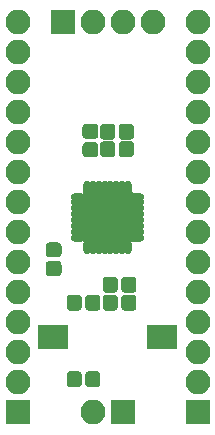
<source format=gbr>
G04 #@! TF.GenerationSoftware,KiCad,Pcbnew,5.0.0-rc3-6a2723a~65~ubuntu18.04.1*
G04 #@! TF.CreationDate,2018-07-16T03:01:28+02:00*
G04 #@! TF.ProjectId,securisam,73656375726973616D2E6B696361645F,rev?*
G04 #@! TF.SameCoordinates,Original*
G04 #@! TF.FileFunction,Soldermask,Top*
G04 #@! TF.FilePolarity,Negative*
%FSLAX46Y46*%
G04 Gerber Fmt 4.6, Leading zero omitted, Abs format (unit mm)*
G04 Created by KiCad (PCBNEW 5.0.0-rc3-6a2723a~65~ubuntu18.04.1) date Mon Jul 16 03:01:28 2018*
%MOMM*%
%LPD*%
G01*
G04 APERTURE LIST*
%ADD10R,2.100000X2.100000*%
%ADD11O,2.100000X2.100000*%
%ADD12R,2.580000X2.000000*%
%ADD13C,0.100000*%
%ADD14C,1.275000*%
%ADD15R,4.200000X4.200000*%
%ADD16O,0.700000X1.200000*%
%ADD17O,1.200000X0.700000*%
G04 APERTURE END LIST*
D10*
G04 #@! TO.C,J4*
X110490000Y-127000000D03*
D11*
X107950000Y-127000000D03*
G04 #@! TD*
D10*
G04 #@! TO.C,J1*
X105410000Y-93980000D03*
D11*
X107950000Y-93980000D03*
X110490000Y-93980000D03*
X113030000Y-93980000D03*
G04 #@! TD*
D12*
G04 #@! TO.C,SW1*
X113810000Y-120650000D03*
X104630000Y-120650000D03*
G04 #@! TD*
D13*
G04 #@! TO.C,C6*
G36*
X108161493Y-102571535D02*
X108192435Y-102576125D01*
X108222778Y-102583725D01*
X108252230Y-102594263D01*
X108280508Y-102607638D01*
X108307338Y-102623719D01*
X108332463Y-102642353D01*
X108355640Y-102663360D01*
X108376647Y-102686537D01*
X108395281Y-102711662D01*
X108411362Y-102738492D01*
X108424737Y-102766770D01*
X108435275Y-102796222D01*
X108442875Y-102826565D01*
X108447465Y-102857507D01*
X108449000Y-102888750D01*
X108449000Y-103526250D01*
X108447465Y-103557493D01*
X108442875Y-103588435D01*
X108435275Y-103618778D01*
X108424737Y-103648230D01*
X108411362Y-103676508D01*
X108395281Y-103703338D01*
X108376647Y-103728463D01*
X108355640Y-103751640D01*
X108332463Y-103772647D01*
X108307338Y-103791281D01*
X108280508Y-103807362D01*
X108252230Y-103820737D01*
X108222778Y-103831275D01*
X108192435Y-103838875D01*
X108161493Y-103843465D01*
X108130250Y-103845000D01*
X107417750Y-103845000D01*
X107386507Y-103843465D01*
X107355565Y-103838875D01*
X107325222Y-103831275D01*
X107295770Y-103820737D01*
X107267492Y-103807362D01*
X107240662Y-103791281D01*
X107215537Y-103772647D01*
X107192360Y-103751640D01*
X107171353Y-103728463D01*
X107152719Y-103703338D01*
X107136638Y-103676508D01*
X107123263Y-103648230D01*
X107112725Y-103618778D01*
X107105125Y-103588435D01*
X107100535Y-103557493D01*
X107099000Y-103526250D01*
X107099000Y-102888750D01*
X107100535Y-102857507D01*
X107105125Y-102826565D01*
X107112725Y-102796222D01*
X107123263Y-102766770D01*
X107136638Y-102738492D01*
X107152719Y-102711662D01*
X107171353Y-102686537D01*
X107192360Y-102663360D01*
X107215537Y-102642353D01*
X107240662Y-102623719D01*
X107267492Y-102607638D01*
X107295770Y-102594263D01*
X107325222Y-102583725D01*
X107355565Y-102576125D01*
X107386507Y-102571535D01*
X107417750Y-102570000D01*
X108130250Y-102570000D01*
X108161493Y-102571535D01*
X108161493Y-102571535D01*
G37*
D14*
X107774000Y-103207500D03*
D13*
G36*
X108161493Y-104146535D02*
X108192435Y-104151125D01*
X108222778Y-104158725D01*
X108252230Y-104169263D01*
X108280508Y-104182638D01*
X108307338Y-104198719D01*
X108332463Y-104217353D01*
X108355640Y-104238360D01*
X108376647Y-104261537D01*
X108395281Y-104286662D01*
X108411362Y-104313492D01*
X108424737Y-104341770D01*
X108435275Y-104371222D01*
X108442875Y-104401565D01*
X108447465Y-104432507D01*
X108449000Y-104463750D01*
X108449000Y-105101250D01*
X108447465Y-105132493D01*
X108442875Y-105163435D01*
X108435275Y-105193778D01*
X108424737Y-105223230D01*
X108411362Y-105251508D01*
X108395281Y-105278338D01*
X108376647Y-105303463D01*
X108355640Y-105326640D01*
X108332463Y-105347647D01*
X108307338Y-105366281D01*
X108280508Y-105382362D01*
X108252230Y-105395737D01*
X108222778Y-105406275D01*
X108192435Y-105413875D01*
X108161493Y-105418465D01*
X108130250Y-105420000D01*
X107417750Y-105420000D01*
X107386507Y-105418465D01*
X107355565Y-105413875D01*
X107325222Y-105406275D01*
X107295770Y-105395737D01*
X107267492Y-105382362D01*
X107240662Y-105366281D01*
X107215537Y-105347647D01*
X107192360Y-105326640D01*
X107171353Y-105303463D01*
X107152719Y-105278338D01*
X107136638Y-105251508D01*
X107123263Y-105223230D01*
X107112725Y-105193778D01*
X107105125Y-105163435D01*
X107100535Y-105132493D01*
X107099000Y-105101250D01*
X107099000Y-104463750D01*
X107100535Y-104432507D01*
X107105125Y-104401565D01*
X107112725Y-104371222D01*
X107123263Y-104341770D01*
X107136638Y-104313492D01*
X107152719Y-104286662D01*
X107171353Y-104261537D01*
X107192360Y-104238360D01*
X107215537Y-104217353D01*
X107240662Y-104198719D01*
X107267492Y-104182638D01*
X107295770Y-104169263D01*
X107325222Y-104158725D01*
X107355565Y-104151125D01*
X107386507Y-104146535D01*
X107417750Y-104145000D01*
X108130250Y-104145000D01*
X108161493Y-104146535D01*
X108161493Y-104146535D01*
G37*
D14*
X107774000Y-104782500D03*
G04 #@! TD*
D13*
G04 #@! TO.C,C5*
G36*
X105035493Y-114197535D02*
X105066435Y-114202125D01*
X105096778Y-114209725D01*
X105126230Y-114220263D01*
X105154508Y-114233638D01*
X105181338Y-114249719D01*
X105206463Y-114268353D01*
X105229640Y-114289360D01*
X105250647Y-114312537D01*
X105269281Y-114337662D01*
X105285362Y-114364492D01*
X105298737Y-114392770D01*
X105309275Y-114422222D01*
X105316875Y-114452565D01*
X105321465Y-114483507D01*
X105323000Y-114514750D01*
X105323000Y-115152250D01*
X105321465Y-115183493D01*
X105316875Y-115214435D01*
X105309275Y-115244778D01*
X105298737Y-115274230D01*
X105285362Y-115302508D01*
X105269281Y-115329338D01*
X105250647Y-115354463D01*
X105229640Y-115377640D01*
X105206463Y-115398647D01*
X105181338Y-115417281D01*
X105154508Y-115433362D01*
X105126230Y-115446737D01*
X105096778Y-115457275D01*
X105066435Y-115464875D01*
X105035493Y-115469465D01*
X105004250Y-115471000D01*
X104291750Y-115471000D01*
X104260507Y-115469465D01*
X104229565Y-115464875D01*
X104199222Y-115457275D01*
X104169770Y-115446737D01*
X104141492Y-115433362D01*
X104114662Y-115417281D01*
X104089537Y-115398647D01*
X104066360Y-115377640D01*
X104045353Y-115354463D01*
X104026719Y-115329338D01*
X104010638Y-115302508D01*
X103997263Y-115274230D01*
X103986725Y-115244778D01*
X103979125Y-115214435D01*
X103974535Y-115183493D01*
X103973000Y-115152250D01*
X103973000Y-114514750D01*
X103974535Y-114483507D01*
X103979125Y-114452565D01*
X103986725Y-114422222D01*
X103997263Y-114392770D01*
X104010638Y-114364492D01*
X104026719Y-114337662D01*
X104045353Y-114312537D01*
X104066360Y-114289360D01*
X104089537Y-114268353D01*
X104114662Y-114249719D01*
X104141492Y-114233638D01*
X104169770Y-114220263D01*
X104199222Y-114209725D01*
X104229565Y-114202125D01*
X104260507Y-114197535D01*
X104291750Y-114196000D01*
X105004250Y-114196000D01*
X105035493Y-114197535D01*
X105035493Y-114197535D01*
G37*
D14*
X104648000Y-114833500D03*
D13*
G36*
X105035493Y-112622535D02*
X105066435Y-112627125D01*
X105096778Y-112634725D01*
X105126230Y-112645263D01*
X105154508Y-112658638D01*
X105181338Y-112674719D01*
X105206463Y-112693353D01*
X105229640Y-112714360D01*
X105250647Y-112737537D01*
X105269281Y-112762662D01*
X105285362Y-112789492D01*
X105298737Y-112817770D01*
X105309275Y-112847222D01*
X105316875Y-112877565D01*
X105321465Y-112908507D01*
X105323000Y-112939750D01*
X105323000Y-113577250D01*
X105321465Y-113608493D01*
X105316875Y-113639435D01*
X105309275Y-113669778D01*
X105298737Y-113699230D01*
X105285362Y-113727508D01*
X105269281Y-113754338D01*
X105250647Y-113779463D01*
X105229640Y-113802640D01*
X105206463Y-113823647D01*
X105181338Y-113842281D01*
X105154508Y-113858362D01*
X105126230Y-113871737D01*
X105096778Y-113882275D01*
X105066435Y-113889875D01*
X105035493Y-113894465D01*
X105004250Y-113896000D01*
X104291750Y-113896000D01*
X104260507Y-113894465D01*
X104229565Y-113889875D01*
X104199222Y-113882275D01*
X104169770Y-113871737D01*
X104141492Y-113858362D01*
X104114662Y-113842281D01*
X104089537Y-113823647D01*
X104066360Y-113802640D01*
X104045353Y-113779463D01*
X104026719Y-113754338D01*
X104010638Y-113727508D01*
X103997263Y-113699230D01*
X103986725Y-113669778D01*
X103979125Y-113639435D01*
X103974535Y-113608493D01*
X103973000Y-113577250D01*
X103973000Y-112939750D01*
X103974535Y-112908507D01*
X103979125Y-112877565D01*
X103986725Y-112847222D01*
X103997263Y-112817770D01*
X104010638Y-112789492D01*
X104026719Y-112762662D01*
X104045353Y-112737537D01*
X104066360Y-112714360D01*
X104089537Y-112693353D01*
X104114662Y-112674719D01*
X104141492Y-112658638D01*
X104169770Y-112645263D01*
X104199222Y-112634725D01*
X104229565Y-112627125D01*
X104260507Y-112622535D01*
X104291750Y-112621000D01*
X105004250Y-112621000D01*
X105035493Y-112622535D01*
X105035493Y-112622535D01*
G37*
D14*
X104648000Y-113258500D03*
G04 #@! TD*
D13*
G04 #@! TO.C,C4*
G36*
X111161493Y-104046535D02*
X111192435Y-104051125D01*
X111222778Y-104058725D01*
X111252230Y-104069263D01*
X111280508Y-104082638D01*
X111307338Y-104098719D01*
X111332463Y-104117353D01*
X111355640Y-104138360D01*
X111376647Y-104161537D01*
X111395281Y-104186662D01*
X111411362Y-104213492D01*
X111424737Y-104241770D01*
X111435275Y-104271222D01*
X111442875Y-104301565D01*
X111447465Y-104332507D01*
X111449000Y-104363750D01*
X111449000Y-105076250D01*
X111447465Y-105107493D01*
X111442875Y-105138435D01*
X111435275Y-105168778D01*
X111424737Y-105198230D01*
X111411362Y-105226508D01*
X111395281Y-105253338D01*
X111376647Y-105278463D01*
X111355640Y-105301640D01*
X111332463Y-105322647D01*
X111307338Y-105341281D01*
X111280508Y-105357362D01*
X111252230Y-105370737D01*
X111222778Y-105381275D01*
X111192435Y-105388875D01*
X111161493Y-105393465D01*
X111130250Y-105395000D01*
X110492750Y-105395000D01*
X110461507Y-105393465D01*
X110430565Y-105388875D01*
X110400222Y-105381275D01*
X110370770Y-105370737D01*
X110342492Y-105357362D01*
X110315662Y-105341281D01*
X110290537Y-105322647D01*
X110267360Y-105301640D01*
X110246353Y-105278463D01*
X110227719Y-105253338D01*
X110211638Y-105226508D01*
X110198263Y-105198230D01*
X110187725Y-105168778D01*
X110180125Y-105138435D01*
X110175535Y-105107493D01*
X110174000Y-105076250D01*
X110174000Y-104363750D01*
X110175535Y-104332507D01*
X110180125Y-104301565D01*
X110187725Y-104271222D01*
X110198263Y-104241770D01*
X110211638Y-104213492D01*
X110227719Y-104186662D01*
X110246353Y-104161537D01*
X110267360Y-104138360D01*
X110290537Y-104117353D01*
X110315662Y-104098719D01*
X110342492Y-104082638D01*
X110370770Y-104069263D01*
X110400222Y-104058725D01*
X110430565Y-104051125D01*
X110461507Y-104046535D01*
X110492750Y-104045000D01*
X111130250Y-104045000D01*
X111161493Y-104046535D01*
X111161493Y-104046535D01*
G37*
D14*
X110811500Y-104720000D03*
D13*
G36*
X109586493Y-104046535D02*
X109617435Y-104051125D01*
X109647778Y-104058725D01*
X109677230Y-104069263D01*
X109705508Y-104082638D01*
X109732338Y-104098719D01*
X109757463Y-104117353D01*
X109780640Y-104138360D01*
X109801647Y-104161537D01*
X109820281Y-104186662D01*
X109836362Y-104213492D01*
X109849737Y-104241770D01*
X109860275Y-104271222D01*
X109867875Y-104301565D01*
X109872465Y-104332507D01*
X109874000Y-104363750D01*
X109874000Y-105076250D01*
X109872465Y-105107493D01*
X109867875Y-105138435D01*
X109860275Y-105168778D01*
X109849737Y-105198230D01*
X109836362Y-105226508D01*
X109820281Y-105253338D01*
X109801647Y-105278463D01*
X109780640Y-105301640D01*
X109757463Y-105322647D01*
X109732338Y-105341281D01*
X109705508Y-105357362D01*
X109677230Y-105370737D01*
X109647778Y-105381275D01*
X109617435Y-105388875D01*
X109586493Y-105393465D01*
X109555250Y-105395000D01*
X108917750Y-105395000D01*
X108886507Y-105393465D01*
X108855565Y-105388875D01*
X108825222Y-105381275D01*
X108795770Y-105370737D01*
X108767492Y-105357362D01*
X108740662Y-105341281D01*
X108715537Y-105322647D01*
X108692360Y-105301640D01*
X108671353Y-105278463D01*
X108652719Y-105253338D01*
X108636638Y-105226508D01*
X108623263Y-105198230D01*
X108612725Y-105168778D01*
X108605125Y-105138435D01*
X108600535Y-105107493D01*
X108599000Y-105076250D01*
X108599000Y-104363750D01*
X108600535Y-104332507D01*
X108605125Y-104301565D01*
X108612725Y-104271222D01*
X108623263Y-104241770D01*
X108636638Y-104213492D01*
X108652719Y-104186662D01*
X108671353Y-104161537D01*
X108692360Y-104138360D01*
X108715537Y-104117353D01*
X108740662Y-104098719D01*
X108767492Y-104082638D01*
X108795770Y-104069263D01*
X108825222Y-104058725D01*
X108855565Y-104051125D01*
X108886507Y-104046535D01*
X108917750Y-104045000D01*
X109555250Y-104045000D01*
X109586493Y-104046535D01*
X109586493Y-104046535D01*
G37*
D14*
X109236500Y-104720000D03*
G04 #@! TD*
D13*
G04 #@! TO.C,C3*
G36*
X109586493Y-102571535D02*
X109617435Y-102576125D01*
X109647778Y-102583725D01*
X109677230Y-102594263D01*
X109705508Y-102607638D01*
X109732338Y-102623719D01*
X109757463Y-102642353D01*
X109780640Y-102663360D01*
X109801647Y-102686537D01*
X109820281Y-102711662D01*
X109836362Y-102738492D01*
X109849737Y-102766770D01*
X109860275Y-102796222D01*
X109867875Y-102826565D01*
X109872465Y-102857507D01*
X109874000Y-102888750D01*
X109874000Y-103601250D01*
X109872465Y-103632493D01*
X109867875Y-103663435D01*
X109860275Y-103693778D01*
X109849737Y-103723230D01*
X109836362Y-103751508D01*
X109820281Y-103778338D01*
X109801647Y-103803463D01*
X109780640Y-103826640D01*
X109757463Y-103847647D01*
X109732338Y-103866281D01*
X109705508Y-103882362D01*
X109677230Y-103895737D01*
X109647778Y-103906275D01*
X109617435Y-103913875D01*
X109586493Y-103918465D01*
X109555250Y-103920000D01*
X108917750Y-103920000D01*
X108886507Y-103918465D01*
X108855565Y-103913875D01*
X108825222Y-103906275D01*
X108795770Y-103895737D01*
X108767492Y-103882362D01*
X108740662Y-103866281D01*
X108715537Y-103847647D01*
X108692360Y-103826640D01*
X108671353Y-103803463D01*
X108652719Y-103778338D01*
X108636638Y-103751508D01*
X108623263Y-103723230D01*
X108612725Y-103693778D01*
X108605125Y-103663435D01*
X108600535Y-103632493D01*
X108599000Y-103601250D01*
X108599000Y-102888750D01*
X108600535Y-102857507D01*
X108605125Y-102826565D01*
X108612725Y-102796222D01*
X108623263Y-102766770D01*
X108636638Y-102738492D01*
X108652719Y-102711662D01*
X108671353Y-102686537D01*
X108692360Y-102663360D01*
X108715537Y-102642353D01*
X108740662Y-102623719D01*
X108767492Y-102607638D01*
X108795770Y-102594263D01*
X108825222Y-102583725D01*
X108855565Y-102576125D01*
X108886507Y-102571535D01*
X108917750Y-102570000D01*
X109555250Y-102570000D01*
X109586493Y-102571535D01*
X109586493Y-102571535D01*
G37*
D14*
X109236500Y-103245000D03*
D13*
G36*
X111161493Y-102571535D02*
X111192435Y-102576125D01*
X111222778Y-102583725D01*
X111252230Y-102594263D01*
X111280508Y-102607638D01*
X111307338Y-102623719D01*
X111332463Y-102642353D01*
X111355640Y-102663360D01*
X111376647Y-102686537D01*
X111395281Y-102711662D01*
X111411362Y-102738492D01*
X111424737Y-102766770D01*
X111435275Y-102796222D01*
X111442875Y-102826565D01*
X111447465Y-102857507D01*
X111449000Y-102888750D01*
X111449000Y-103601250D01*
X111447465Y-103632493D01*
X111442875Y-103663435D01*
X111435275Y-103693778D01*
X111424737Y-103723230D01*
X111411362Y-103751508D01*
X111395281Y-103778338D01*
X111376647Y-103803463D01*
X111355640Y-103826640D01*
X111332463Y-103847647D01*
X111307338Y-103866281D01*
X111280508Y-103882362D01*
X111252230Y-103895737D01*
X111222778Y-103906275D01*
X111192435Y-103913875D01*
X111161493Y-103918465D01*
X111130250Y-103920000D01*
X110492750Y-103920000D01*
X110461507Y-103918465D01*
X110430565Y-103913875D01*
X110400222Y-103906275D01*
X110370770Y-103895737D01*
X110342492Y-103882362D01*
X110315662Y-103866281D01*
X110290537Y-103847647D01*
X110267360Y-103826640D01*
X110246353Y-103803463D01*
X110227719Y-103778338D01*
X110211638Y-103751508D01*
X110198263Y-103723230D01*
X110187725Y-103693778D01*
X110180125Y-103663435D01*
X110175535Y-103632493D01*
X110174000Y-103601250D01*
X110174000Y-102888750D01*
X110175535Y-102857507D01*
X110180125Y-102826565D01*
X110187725Y-102796222D01*
X110198263Y-102766770D01*
X110211638Y-102738492D01*
X110227719Y-102711662D01*
X110246353Y-102686537D01*
X110267360Y-102663360D01*
X110290537Y-102642353D01*
X110315662Y-102623719D01*
X110342492Y-102607638D01*
X110370770Y-102594263D01*
X110400222Y-102583725D01*
X110430565Y-102576125D01*
X110461507Y-102571535D01*
X110492750Y-102570000D01*
X111130250Y-102570000D01*
X111161493Y-102571535D01*
X111161493Y-102571535D01*
G37*
D14*
X110811500Y-103245000D03*
G04 #@! TD*
D13*
G04 #@! TO.C,C2*
G36*
X106750493Y-123532535D02*
X106781435Y-123537125D01*
X106811778Y-123544725D01*
X106841230Y-123555263D01*
X106869508Y-123568638D01*
X106896338Y-123584719D01*
X106921463Y-123603353D01*
X106944640Y-123624360D01*
X106965647Y-123647537D01*
X106984281Y-123672662D01*
X107000362Y-123699492D01*
X107013737Y-123727770D01*
X107024275Y-123757222D01*
X107031875Y-123787565D01*
X107036465Y-123818507D01*
X107038000Y-123849750D01*
X107038000Y-124562250D01*
X107036465Y-124593493D01*
X107031875Y-124624435D01*
X107024275Y-124654778D01*
X107013737Y-124684230D01*
X107000362Y-124712508D01*
X106984281Y-124739338D01*
X106965647Y-124764463D01*
X106944640Y-124787640D01*
X106921463Y-124808647D01*
X106896338Y-124827281D01*
X106869508Y-124843362D01*
X106841230Y-124856737D01*
X106811778Y-124867275D01*
X106781435Y-124874875D01*
X106750493Y-124879465D01*
X106719250Y-124881000D01*
X106081750Y-124881000D01*
X106050507Y-124879465D01*
X106019565Y-124874875D01*
X105989222Y-124867275D01*
X105959770Y-124856737D01*
X105931492Y-124843362D01*
X105904662Y-124827281D01*
X105879537Y-124808647D01*
X105856360Y-124787640D01*
X105835353Y-124764463D01*
X105816719Y-124739338D01*
X105800638Y-124712508D01*
X105787263Y-124684230D01*
X105776725Y-124654778D01*
X105769125Y-124624435D01*
X105764535Y-124593493D01*
X105763000Y-124562250D01*
X105763000Y-123849750D01*
X105764535Y-123818507D01*
X105769125Y-123787565D01*
X105776725Y-123757222D01*
X105787263Y-123727770D01*
X105800638Y-123699492D01*
X105816719Y-123672662D01*
X105835353Y-123647537D01*
X105856360Y-123624360D01*
X105879537Y-123603353D01*
X105904662Y-123584719D01*
X105931492Y-123568638D01*
X105959770Y-123555263D01*
X105989222Y-123544725D01*
X106019565Y-123537125D01*
X106050507Y-123532535D01*
X106081750Y-123531000D01*
X106719250Y-123531000D01*
X106750493Y-123532535D01*
X106750493Y-123532535D01*
G37*
D14*
X106400500Y-124206000D03*
D13*
G36*
X108325493Y-123532535D02*
X108356435Y-123537125D01*
X108386778Y-123544725D01*
X108416230Y-123555263D01*
X108444508Y-123568638D01*
X108471338Y-123584719D01*
X108496463Y-123603353D01*
X108519640Y-123624360D01*
X108540647Y-123647537D01*
X108559281Y-123672662D01*
X108575362Y-123699492D01*
X108588737Y-123727770D01*
X108599275Y-123757222D01*
X108606875Y-123787565D01*
X108611465Y-123818507D01*
X108613000Y-123849750D01*
X108613000Y-124562250D01*
X108611465Y-124593493D01*
X108606875Y-124624435D01*
X108599275Y-124654778D01*
X108588737Y-124684230D01*
X108575362Y-124712508D01*
X108559281Y-124739338D01*
X108540647Y-124764463D01*
X108519640Y-124787640D01*
X108496463Y-124808647D01*
X108471338Y-124827281D01*
X108444508Y-124843362D01*
X108416230Y-124856737D01*
X108386778Y-124867275D01*
X108356435Y-124874875D01*
X108325493Y-124879465D01*
X108294250Y-124881000D01*
X107656750Y-124881000D01*
X107625507Y-124879465D01*
X107594565Y-124874875D01*
X107564222Y-124867275D01*
X107534770Y-124856737D01*
X107506492Y-124843362D01*
X107479662Y-124827281D01*
X107454537Y-124808647D01*
X107431360Y-124787640D01*
X107410353Y-124764463D01*
X107391719Y-124739338D01*
X107375638Y-124712508D01*
X107362263Y-124684230D01*
X107351725Y-124654778D01*
X107344125Y-124624435D01*
X107339535Y-124593493D01*
X107338000Y-124562250D01*
X107338000Y-123849750D01*
X107339535Y-123818507D01*
X107344125Y-123787565D01*
X107351725Y-123757222D01*
X107362263Y-123727770D01*
X107375638Y-123699492D01*
X107391719Y-123672662D01*
X107410353Y-123647537D01*
X107431360Y-123624360D01*
X107454537Y-123603353D01*
X107479662Y-123584719D01*
X107506492Y-123568638D01*
X107534770Y-123555263D01*
X107564222Y-123544725D01*
X107594565Y-123537125D01*
X107625507Y-123532535D01*
X107656750Y-123531000D01*
X108294250Y-123531000D01*
X108325493Y-123532535D01*
X108325493Y-123532535D01*
G37*
D14*
X107975500Y-124206000D03*
G04 #@! TD*
D13*
G04 #@! TO.C,C1*
G36*
X111373493Y-117055535D02*
X111404435Y-117060125D01*
X111434778Y-117067725D01*
X111464230Y-117078263D01*
X111492508Y-117091638D01*
X111519338Y-117107719D01*
X111544463Y-117126353D01*
X111567640Y-117147360D01*
X111588647Y-117170537D01*
X111607281Y-117195662D01*
X111623362Y-117222492D01*
X111636737Y-117250770D01*
X111647275Y-117280222D01*
X111654875Y-117310565D01*
X111659465Y-117341507D01*
X111661000Y-117372750D01*
X111661000Y-118085250D01*
X111659465Y-118116493D01*
X111654875Y-118147435D01*
X111647275Y-118177778D01*
X111636737Y-118207230D01*
X111623362Y-118235508D01*
X111607281Y-118262338D01*
X111588647Y-118287463D01*
X111567640Y-118310640D01*
X111544463Y-118331647D01*
X111519338Y-118350281D01*
X111492508Y-118366362D01*
X111464230Y-118379737D01*
X111434778Y-118390275D01*
X111404435Y-118397875D01*
X111373493Y-118402465D01*
X111342250Y-118404000D01*
X110704750Y-118404000D01*
X110673507Y-118402465D01*
X110642565Y-118397875D01*
X110612222Y-118390275D01*
X110582770Y-118379737D01*
X110554492Y-118366362D01*
X110527662Y-118350281D01*
X110502537Y-118331647D01*
X110479360Y-118310640D01*
X110458353Y-118287463D01*
X110439719Y-118262338D01*
X110423638Y-118235508D01*
X110410263Y-118207230D01*
X110399725Y-118177778D01*
X110392125Y-118147435D01*
X110387535Y-118116493D01*
X110386000Y-118085250D01*
X110386000Y-117372750D01*
X110387535Y-117341507D01*
X110392125Y-117310565D01*
X110399725Y-117280222D01*
X110410263Y-117250770D01*
X110423638Y-117222492D01*
X110439719Y-117195662D01*
X110458353Y-117170537D01*
X110479360Y-117147360D01*
X110502537Y-117126353D01*
X110527662Y-117107719D01*
X110554492Y-117091638D01*
X110582770Y-117078263D01*
X110612222Y-117067725D01*
X110642565Y-117060125D01*
X110673507Y-117055535D01*
X110704750Y-117054000D01*
X111342250Y-117054000D01*
X111373493Y-117055535D01*
X111373493Y-117055535D01*
G37*
D14*
X111023500Y-117729000D03*
D13*
G36*
X109798493Y-117055535D02*
X109829435Y-117060125D01*
X109859778Y-117067725D01*
X109889230Y-117078263D01*
X109917508Y-117091638D01*
X109944338Y-117107719D01*
X109969463Y-117126353D01*
X109992640Y-117147360D01*
X110013647Y-117170537D01*
X110032281Y-117195662D01*
X110048362Y-117222492D01*
X110061737Y-117250770D01*
X110072275Y-117280222D01*
X110079875Y-117310565D01*
X110084465Y-117341507D01*
X110086000Y-117372750D01*
X110086000Y-118085250D01*
X110084465Y-118116493D01*
X110079875Y-118147435D01*
X110072275Y-118177778D01*
X110061737Y-118207230D01*
X110048362Y-118235508D01*
X110032281Y-118262338D01*
X110013647Y-118287463D01*
X109992640Y-118310640D01*
X109969463Y-118331647D01*
X109944338Y-118350281D01*
X109917508Y-118366362D01*
X109889230Y-118379737D01*
X109859778Y-118390275D01*
X109829435Y-118397875D01*
X109798493Y-118402465D01*
X109767250Y-118404000D01*
X109129750Y-118404000D01*
X109098507Y-118402465D01*
X109067565Y-118397875D01*
X109037222Y-118390275D01*
X109007770Y-118379737D01*
X108979492Y-118366362D01*
X108952662Y-118350281D01*
X108927537Y-118331647D01*
X108904360Y-118310640D01*
X108883353Y-118287463D01*
X108864719Y-118262338D01*
X108848638Y-118235508D01*
X108835263Y-118207230D01*
X108824725Y-118177778D01*
X108817125Y-118147435D01*
X108812535Y-118116493D01*
X108811000Y-118085250D01*
X108811000Y-117372750D01*
X108812535Y-117341507D01*
X108817125Y-117310565D01*
X108824725Y-117280222D01*
X108835263Y-117250770D01*
X108848638Y-117222492D01*
X108864719Y-117195662D01*
X108883353Y-117170537D01*
X108904360Y-117147360D01*
X108927537Y-117126353D01*
X108952662Y-117107719D01*
X108979492Y-117091638D01*
X109007770Y-117078263D01*
X109037222Y-117067725D01*
X109067565Y-117060125D01*
X109098507Y-117055535D01*
X109129750Y-117054000D01*
X109767250Y-117054000D01*
X109798493Y-117055535D01*
X109798493Y-117055535D01*
G37*
D14*
X109448500Y-117729000D03*
G04 #@! TD*
D11*
G04 #@! TO.C,J3*
X116840000Y-93980000D03*
X116840000Y-96520000D03*
X116840000Y-99060000D03*
X116840000Y-101600000D03*
X116840000Y-104140000D03*
X116840000Y-106680000D03*
X116840000Y-109220000D03*
X116840000Y-111760000D03*
X116840000Y-114300000D03*
X116840000Y-116840000D03*
X116840000Y-119380000D03*
X116840000Y-121920000D03*
X116840000Y-124460000D03*
D10*
X116840000Y-127000000D03*
G04 #@! TD*
G04 #@! TO.C,J2*
X101600000Y-127000000D03*
D11*
X101600000Y-124460000D03*
X101600000Y-121920000D03*
X101600000Y-119380000D03*
X101600000Y-116840000D03*
X101600000Y-114300000D03*
X101600000Y-111760000D03*
X101600000Y-109220000D03*
X101600000Y-106680000D03*
X101600000Y-104140000D03*
X101600000Y-101600000D03*
X101600000Y-99060000D03*
X101600000Y-96520000D03*
X101600000Y-93980000D03*
G04 #@! TD*
D15*
G04 #@! TO.C,U1*
X109220000Y-110490000D03*
D16*
X107470000Y-107990000D03*
X107970000Y-107990001D03*
X108470000Y-107990000D03*
X108970000Y-107990000D03*
X109470000Y-107990000D03*
X109970000Y-107990000D03*
X110470000Y-107990001D03*
X110970000Y-107990000D03*
D17*
X111720000Y-108740000D03*
X111719999Y-109240000D03*
X111720000Y-109740000D03*
X111720000Y-110240000D03*
X111720000Y-110740000D03*
X111720000Y-111240000D03*
X111719999Y-111740000D03*
X111720000Y-112240000D03*
D16*
X110970000Y-112990000D03*
X110470000Y-112989999D03*
X109970000Y-112990000D03*
X109470000Y-112990000D03*
X108970000Y-112990000D03*
X108470000Y-112990000D03*
X107970000Y-112989999D03*
X107470000Y-112990000D03*
D17*
X106720000Y-112240000D03*
X106720001Y-111740000D03*
X106720000Y-111240000D03*
X106720000Y-110740000D03*
X106720000Y-110240000D03*
X106720000Y-109740000D03*
X106720001Y-109240000D03*
X106720000Y-108740000D03*
G04 #@! TD*
D13*
G04 #@! TO.C,R2*
G36*
X109798493Y-115531535D02*
X109829435Y-115536125D01*
X109859778Y-115543725D01*
X109889230Y-115554263D01*
X109917508Y-115567638D01*
X109944338Y-115583719D01*
X109969463Y-115602353D01*
X109992640Y-115623360D01*
X110013647Y-115646537D01*
X110032281Y-115671662D01*
X110048362Y-115698492D01*
X110061737Y-115726770D01*
X110072275Y-115756222D01*
X110079875Y-115786565D01*
X110084465Y-115817507D01*
X110086000Y-115848750D01*
X110086000Y-116561250D01*
X110084465Y-116592493D01*
X110079875Y-116623435D01*
X110072275Y-116653778D01*
X110061737Y-116683230D01*
X110048362Y-116711508D01*
X110032281Y-116738338D01*
X110013647Y-116763463D01*
X109992640Y-116786640D01*
X109969463Y-116807647D01*
X109944338Y-116826281D01*
X109917508Y-116842362D01*
X109889230Y-116855737D01*
X109859778Y-116866275D01*
X109829435Y-116873875D01*
X109798493Y-116878465D01*
X109767250Y-116880000D01*
X109129750Y-116880000D01*
X109098507Y-116878465D01*
X109067565Y-116873875D01*
X109037222Y-116866275D01*
X109007770Y-116855737D01*
X108979492Y-116842362D01*
X108952662Y-116826281D01*
X108927537Y-116807647D01*
X108904360Y-116786640D01*
X108883353Y-116763463D01*
X108864719Y-116738338D01*
X108848638Y-116711508D01*
X108835263Y-116683230D01*
X108824725Y-116653778D01*
X108817125Y-116623435D01*
X108812535Y-116592493D01*
X108811000Y-116561250D01*
X108811000Y-115848750D01*
X108812535Y-115817507D01*
X108817125Y-115786565D01*
X108824725Y-115756222D01*
X108835263Y-115726770D01*
X108848638Y-115698492D01*
X108864719Y-115671662D01*
X108883353Y-115646537D01*
X108904360Y-115623360D01*
X108927537Y-115602353D01*
X108952662Y-115583719D01*
X108979492Y-115567638D01*
X109007770Y-115554263D01*
X109037222Y-115543725D01*
X109067565Y-115536125D01*
X109098507Y-115531535D01*
X109129750Y-115530000D01*
X109767250Y-115530000D01*
X109798493Y-115531535D01*
X109798493Y-115531535D01*
G37*
D14*
X109448500Y-116205000D03*
D13*
G36*
X111373493Y-115531535D02*
X111404435Y-115536125D01*
X111434778Y-115543725D01*
X111464230Y-115554263D01*
X111492508Y-115567638D01*
X111519338Y-115583719D01*
X111544463Y-115602353D01*
X111567640Y-115623360D01*
X111588647Y-115646537D01*
X111607281Y-115671662D01*
X111623362Y-115698492D01*
X111636737Y-115726770D01*
X111647275Y-115756222D01*
X111654875Y-115786565D01*
X111659465Y-115817507D01*
X111661000Y-115848750D01*
X111661000Y-116561250D01*
X111659465Y-116592493D01*
X111654875Y-116623435D01*
X111647275Y-116653778D01*
X111636737Y-116683230D01*
X111623362Y-116711508D01*
X111607281Y-116738338D01*
X111588647Y-116763463D01*
X111567640Y-116786640D01*
X111544463Y-116807647D01*
X111519338Y-116826281D01*
X111492508Y-116842362D01*
X111464230Y-116855737D01*
X111434778Y-116866275D01*
X111404435Y-116873875D01*
X111373493Y-116878465D01*
X111342250Y-116880000D01*
X110704750Y-116880000D01*
X110673507Y-116878465D01*
X110642565Y-116873875D01*
X110612222Y-116866275D01*
X110582770Y-116855737D01*
X110554492Y-116842362D01*
X110527662Y-116826281D01*
X110502537Y-116807647D01*
X110479360Y-116786640D01*
X110458353Y-116763463D01*
X110439719Y-116738338D01*
X110423638Y-116711508D01*
X110410263Y-116683230D01*
X110399725Y-116653778D01*
X110392125Y-116623435D01*
X110387535Y-116592493D01*
X110386000Y-116561250D01*
X110386000Y-115848750D01*
X110387535Y-115817507D01*
X110392125Y-115786565D01*
X110399725Y-115756222D01*
X110410263Y-115726770D01*
X110423638Y-115698492D01*
X110439719Y-115671662D01*
X110458353Y-115646537D01*
X110479360Y-115623360D01*
X110502537Y-115602353D01*
X110527662Y-115583719D01*
X110554492Y-115567638D01*
X110582770Y-115554263D01*
X110612222Y-115543725D01*
X110642565Y-115536125D01*
X110673507Y-115531535D01*
X110704750Y-115530000D01*
X111342250Y-115530000D01*
X111373493Y-115531535D01*
X111373493Y-115531535D01*
G37*
D14*
X111023500Y-116205000D03*
G04 #@! TD*
D13*
G04 #@! TO.C,R1*
G36*
X108325493Y-117055535D02*
X108356435Y-117060125D01*
X108386778Y-117067725D01*
X108416230Y-117078263D01*
X108444508Y-117091638D01*
X108471338Y-117107719D01*
X108496463Y-117126353D01*
X108519640Y-117147360D01*
X108540647Y-117170537D01*
X108559281Y-117195662D01*
X108575362Y-117222492D01*
X108588737Y-117250770D01*
X108599275Y-117280222D01*
X108606875Y-117310565D01*
X108611465Y-117341507D01*
X108613000Y-117372750D01*
X108613000Y-118085250D01*
X108611465Y-118116493D01*
X108606875Y-118147435D01*
X108599275Y-118177778D01*
X108588737Y-118207230D01*
X108575362Y-118235508D01*
X108559281Y-118262338D01*
X108540647Y-118287463D01*
X108519640Y-118310640D01*
X108496463Y-118331647D01*
X108471338Y-118350281D01*
X108444508Y-118366362D01*
X108416230Y-118379737D01*
X108386778Y-118390275D01*
X108356435Y-118397875D01*
X108325493Y-118402465D01*
X108294250Y-118404000D01*
X107656750Y-118404000D01*
X107625507Y-118402465D01*
X107594565Y-118397875D01*
X107564222Y-118390275D01*
X107534770Y-118379737D01*
X107506492Y-118366362D01*
X107479662Y-118350281D01*
X107454537Y-118331647D01*
X107431360Y-118310640D01*
X107410353Y-118287463D01*
X107391719Y-118262338D01*
X107375638Y-118235508D01*
X107362263Y-118207230D01*
X107351725Y-118177778D01*
X107344125Y-118147435D01*
X107339535Y-118116493D01*
X107338000Y-118085250D01*
X107338000Y-117372750D01*
X107339535Y-117341507D01*
X107344125Y-117310565D01*
X107351725Y-117280222D01*
X107362263Y-117250770D01*
X107375638Y-117222492D01*
X107391719Y-117195662D01*
X107410353Y-117170537D01*
X107431360Y-117147360D01*
X107454537Y-117126353D01*
X107479662Y-117107719D01*
X107506492Y-117091638D01*
X107534770Y-117078263D01*
X107564222Y-117067725D01*
X107594565Y-117060125D01*
X107625507Y-117055535D01*
X107656750Y-117054000D01*
X108294250Y-117054000D01*
X108325493Y-117055535D01*
X108325493Y-117055535D01*
G37*
D14*
X107975500Y-117729000D03*
D13*
G36*
X106750493Y-117055535D02*
X106781435Y-117060125D01*
X106811778Y-117067725D01*
X106841230Y-117078263D01*
X106869508Y-117091638D01*
X106896338Y-117107719D01*
X106921463Y-117126353D01*
X106944640Y-117147360D01*
X106965647Y-117170537D01*
X106984281Y-117195662D01*
X107000362Y-117222492D01*
X107013737Y-117250770D01*
X107024275Y-117280222D01*
X107031875Y-117310565D01*
X107036465Y-117341507D01*
X107038000Y-117372750D01*
X107038000Y-118085250D01*
X107036465Y-118116493D01*
X107031875Y-118147435D01*
X107024275Y-118177778D01*
X107013737Y-118207230D01*
X107000362Y-118235508D01*
X106984281Y-118262338D01*
X106965647Y-118287463D01*
X106944640Y-118310640D01*
X106921463Y-118331647D01*
X106896338Y-118350281D01*
X106869508Y-118366362D01*
X106841230Y-118379737D01*
X106811778Y-118390275D01*
X106781435Y-118397875D01*
X106750493Y-118402465D01*
X106719250Y-118404000D01*
X106081750Y-118404000D01*
X106050507Y-118402465D01*
X106019565Y-118397875D01*
X105989222Y-118390275D01*
X105959770Y-118379737D01*
X105931492Y-118366362D01*
X105904662Y-118350281D01*
X105879537Y-118331647D01*
X105856360Y-118310640D01*
X105835353Y-118287463D01*
X105816719Y-118262338D01*
X105800638Y-118235508D01*
X105787263Y-118207230D01*
X105776725Y-118177778D01*
X105769125Y-118147435D01*
X105764535Y-118116493D01*
X105763000Y-118085250D01*
X105763000Y-117372750D01*
X105764535Y-117341507D01*
X105769125Y-117310565D01*
X105776725Y-117280222D01*
X105787263Y-117250770D01*
X105800638Y-117222492D01*
X105816719Y-117195662D01*
X105835353Y-117170537D01*
X105856360Y-117147360D01*
X105879537Y-117126353D01*
X105904662Y-117107719D01*
X105931492Y-117091638D01*
X105959770Y-117078263D01*
X105989222Y-117067725D01*
X106019565Y-117060125D01*
X106050507Y-117055535D01*
X106081750Y-117054000D01*
X106719250Y-117054000D01*
X106750493Y-117055535D01*
X106750493Y-117055535D01*
G37*
D14*
X106400500Y-117729000D03*
G04 #@! TD*
M02*

</source>
